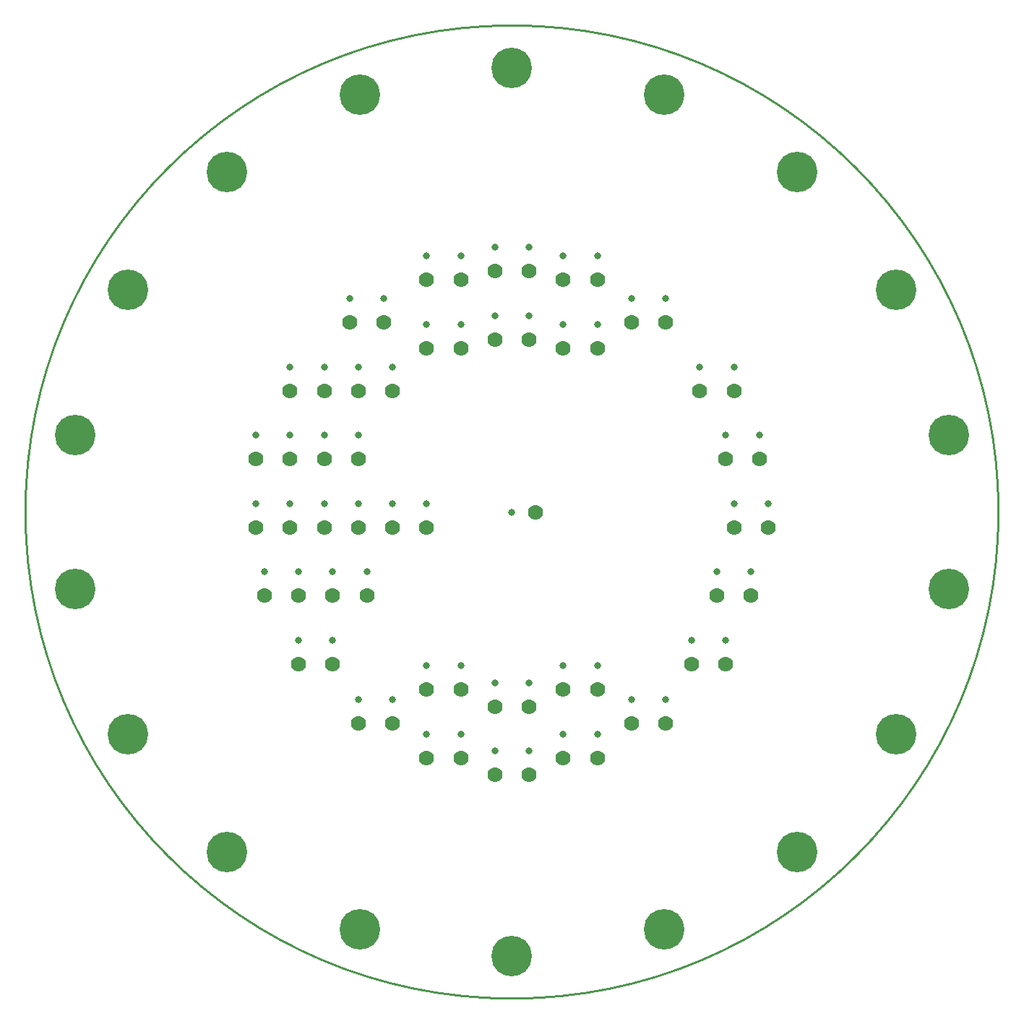
<source format=gbr>
G04 Layer_Physical_Order=3*
G04 Layer_Color=128*
%FSLAX26Y26*%
%MOIN*%
%TF.FileFunction,Copper,L3,Inr,Plane*%
%TF.Part,Single*%
G01*
G75*
%TA.AperFunction,NonConductor*%
%ADD13C,0.010000*%
%TA.AperFunction,WasherPad*%
%ADD14C,0.187165*%
%TA.AperFunction,ComponentPad*%
%ADD15C,0.070000*%
%ADD16C,0.032000*%
D13*
X0Y2244095D02*
G03*
X-2244095Y0I0J-2244095D01*
G01*
X2244095D02*
G03*
X0Y2244095I-2244095J0D01*
G01*
Y-2244095D02*
G03*
X2244095Y0I0J2244095D01*
G01*
X-2244095D02*
G03*
X0Y-2244095I2244095J0D01*
G01*
D14*
X-1315944Y1568268D02*
D03*
X-700198Y1923780D02*
D03*
X0Y2047244D02*
D03*
X700198Y1923780D02*
D03*
X1315944Y1568280D02*
D03*
X1772966Y1023622D02*
D03*
X2016142Y355500D02*
D03*
Y-355500D02*
D03*
X1772966Y-1023622D02*
D03*
X1315944Y-1568280D02*
D03*
X700198Y-1923780D02*
D03*
X0Y-2047244D02*
D03*
X-700198Y-1923780D02*
D03*
X-1315944Y-1568280D02*
D03*
X-1772966Y-1023622D02*
D03*
X-2016142Y-355500D02*
D03*
Y355500D02*
D03*
X-1772966Y1023622D02*
D03*
D15*
X-866142Y244330D02*
D03*
X-393700Y1071102D02*
D03*
X-78740Y-897402D02*
D03*
X-1181102Y244330D02*
D03*
X-1023622Y559292D02*
D03*
X-78740Y1110472D02*
D03*
X-393700Y-818662D02*
D03*
X236220Y1071102D02*
D03*
X-393700Y756142D02*
D03*
X-78740Y795512D02*
D03*
X-708662Y-976142D02*
D03*
X551182Y874252D02*
D03*
X236220Y756142D02*
D03*
X1023622Y-70630D02*
D03*
X-826772Y-385590D02*
D03*
X866142Y559292D02*
D03*
X551182Y-976142D02*
D03*
X236220Y-1133622D02*
D03*
X-551182Y-70630D02*
D03*
X984252Y244330D02*
D03*
X-393700Y-1133622D02*
D03*
X-78740Y-1212362D02*
D03*
X-1181102Y-70630D02*
D03*
X944882Y-385590D02*
D03*
X-866142Y-70630D02*
D03*
X-826772Y-700552D02*
D03*
X-984252D02*
D03*
X-708662Y559292D02*
D03*
X826772Y-700552D02*
D03*
X-1141732Y-385590D02*
D03*
X-748032Y874252D02*
D03*
X236220Y-818662D02*
D03*
X-590552Y874252D02*
D03*
X-866142Y559292D02*
D03*
X-551182D02*
D03*
X-1023622Y244330D02*
D03*
X-708662D02*
D03*
Y-70630D02*
D03*
X-1023622D02*
D03*
X-393700D02*
D03*
X-984252Y-385590D02*
D03*
X-669292D02*
D03*
X-236220Y1071102D02*
D03*
Y756142D02*
D03*
X78740Y1110472D02*
D03*
Y795512D02*
D03*
X393700Y1071102D02*
D03*
Y756142D02*
D03*
X708662Y874252D02*
D03*
X1023622Y559292D02*
D03*
X1141732Y244330D02*
D03*
X1181102Y-70630D02*
D03*
X1102362Y-385590D02*
D03*
X984252Y-700552D02*
D03*
X-551182Y-976142D02*
D03*
X-236220Y-1133622D02*
D03*
Y-818662D02*
D03*
X78740Y-1212362D02*
D03*
Y-897402D02*
D03*
X393700Y-1133622D02*
D03*
Y-818662D02*
D03*
X708662Y-976142D02*
D03*
X110000Y0D02*
D03*
D16*
X-866142Y354330D02*
D03*
X-393700Y1181102D02*
D03*
X-78740Y-787402D02*
D03*
X-1181102Y354330D02*
D03*
X-1023622Y669292D02*
D03*
X-78740Y1220472D02*
D03*
X-393700Y-708662D02*
D03*
X236220Y1181102D02*
D03*
X-393700Y866142D02*
D03*
X-78740Y905512D02*
D03*
X-708662Y-866142D02*
D03*
X551182Y984252D02*
D03*
X236220Y866142D02*
D03*
X1023622Y39370D02*
D03*
X-826772Y-275590D02*
D03*
X866142Y669292D02*
D03*
X551182Y-866142D02*
D03*
X236220Y-1023622D02*
D03*
X-551182Y39370D02*
D03*
X984252Y354330D02*
D03*
X-393700Y-1023622D02*
D03*
X-78740Y-1102362D02*
D03*
X-1181102Y39370D02*
D03*
X944882Y-275590D02*
D03*
X-866142Y39370D02*
D03*
X-826772Y-590552D02*
D03*
X-984252D02*
D03*
X-708662Y669292D02*
D03*
X826772Y-590552D02*
D03*
X-1141732Y-275590D02*
D03*
X-748032Y984252D02*
D03*
X236220Y-708662D02*
D03*
X-590552Y984252D02*
D03*
X-866142Y669292D02*
D03*
X-551182D02*
D03*
X-1023622Y354330D02*
D03*
X-708662D02*
D03*
Y39370D02*
D03*
X-1023622D02*
D03*
X-393700D02*
D03*
X-984252Y-275590D02*
D03*
X-669292D02*
D03*
X-236220Y1181102D02*
D03*
Y866142D02*
D03*
X78740Y1220472D02*
D03*
Y905512D02*
D03*
X393700Y1181102D02*
D03*
Y866142D02*
D03*
X708662Y984252D02*
D03*
X1023622Y669292D02*
D03*
X1141732Y354330D02*
D03*
X1181102Y39370D02*
D03*
X1102362Y-275590D02*
D03*
X984252Y-590552D02*
D03*
X-551182Y-866142D02*
D03*
X-236220Y-1023622D02*
D03*
Y-708662D02*
D03*
X78740Y-1102362D02*
D03*
Y-787402D02*
D03*
X393700Y-1023622D02*
D03*
Y-708662D02*
D03*
X708662Y-866142D02*
D03*
X0Y0D02*
D03*
%TF.MD5,3c06997e9589220136b1b6f1a372f8f9*%
M02*

</source>
